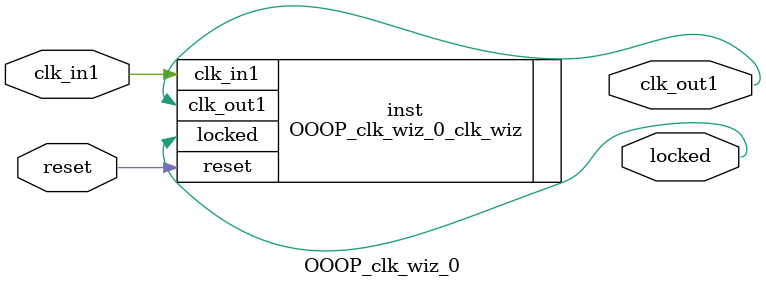
<source format=v>


`timescale 1ps/1ps

(* CORE_GENERATION_INFO = "OOOP_clk_wiz_0,clk_wiz_v6_0_12_0_0,{component_name=OOOP_clk_wiz_0,use_phase_alignment=true,use_min_o_jitter=false,use_max_i_jitter=false,use_dyn_phase_shift=false,use_inclk_switchover=false,use_dyn_reconfig=false,enable_axi=0,feedback_source=FDBK_AUTO,PRIMITIVE=MMCM,num_out_clk=1,clkin1_period=10.000,clkin2_period=10.000,use_power_down=false,use_reset=true,use_locked=true,use_inclk_stopped=false,feedback_type=SINGLE,CLOCK_MGR_TYPE=NA,manual_override=false}" *)

module OOOP_clk_wiz_0 
 (
  // Clock out ports
  output        clk_out1,
  // Status and control signals
  input         reset,
  output        locked,
 // Clock in ports
  input         clk_in1
 );

  OOOP_clk_wiz_0_clk_wiz inst
  (
  // Clock out ports  
  .clk_out1(clk_out1),
  // Status and control signals               
  .reset(reset), 
  .locked(locked),
 // Clock in ports
  .clk_in1(clk_in1)
  );

endmodule

</source>
